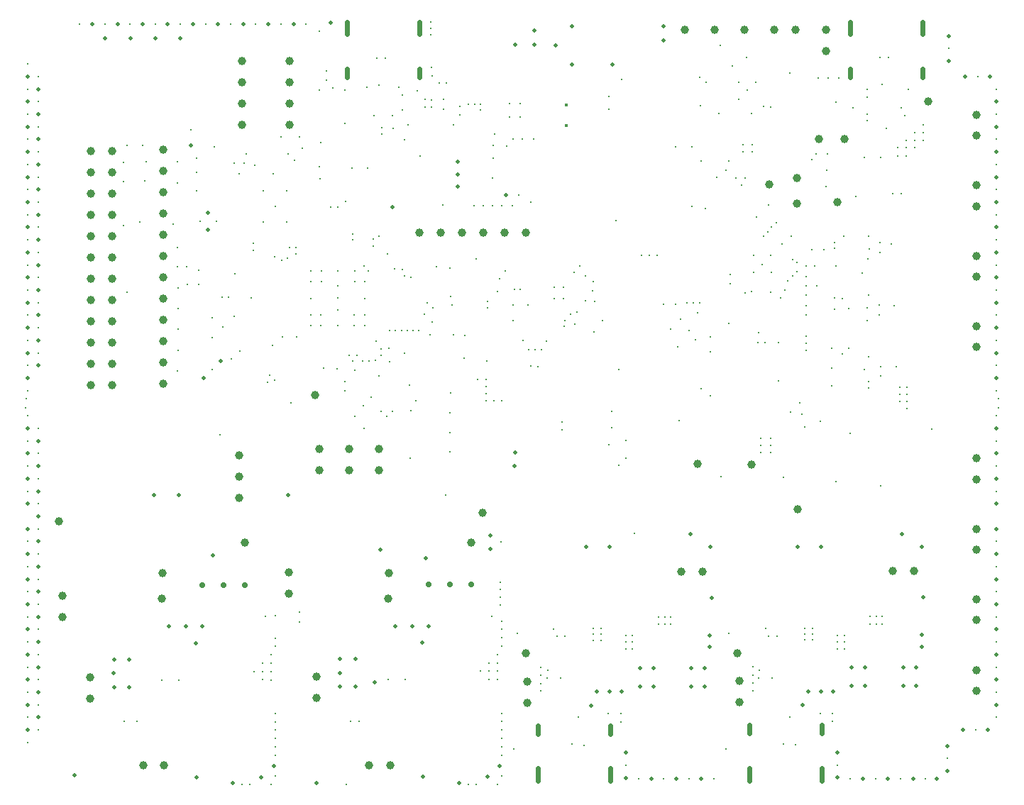
<source format=gbr>
%TF.GenerationSoftware,KiCad,Pcbnew,9.0.6*%
%TF.CreationDate,2026-02-01T22:29:03+01:00*%
%TF.ProjectId,BMS,424d532e-6b69-4636-9164-5f7063625858,rev?*%
%TF.SameCoordinates,Original*%
%TF.FileFunction,Plated,1,4,PTH,Mixed*%
%TF.FilePolarity,Positive*%
%FSLAX46Y46*%
G04 Gerber Fmt 4.6, Leading zero omitted, Abs format (unit mm)*
G04 Created by KiCad (PCBNEW 9.0.6) date 2026-02-01 22:29:03*
%MOMM*%
%LPD*%
G01*
G04 APERTURE LIST*
%TA.AperFunction,ViaDrill*%
%ADD10C,0.300000*%
%TD*%
%TA.AperFunction,ViaDrill*%
%ADD11C,0.400000*%
%TD*%
%TA.AperFunction,ViaDrill*%
%ADD12C,0.500000*%
%TD*%
G04 aperture for slot hole*
%TA.AperFunction,ComponentDrill*%
%ADD13C,0.600000*%
%TD*%
%TA.AperFunction,ComponentDrill*%
%ADD14C,0.710000*%
%TD*%
%TA.AperFunction,ComponentDrill*%
%ADD15C,1.000000*%
%TD*%
G04 APERTURE END LIST*
D10*
X18720000Y-110510000D03*
X18750000Y-109470000D03*
X19000000Y-69500000D03*
X19000000Y-72500000D03*
X19000000Y-75500000D03*
X19000000Y-78500000D03*
X19000000Y-81500000D03*
X19000000Y-84500000D03*
X19000000Y-87500000D03*
X19000000Y-90500000D03*
X19000000Y-93500000D03*
X19000000Y-96500000D03*
X19000000Y-99500000D03*
X19000000Y-102500000D03*
X19000000Y-105500000D03*
X19000000Y-108500000D03*
X19000000Y-111500000D03*
X19000000Y-114500000D03*
X19000000Y-117500000D03*
X19000000Y-120500000D03*
X19000000Y-126500000D03*
X19000000Y-129500000D03*
X19000000Y-132500000D03*
X19000000Y-135500000D03*
X19000000Y-138500000D03*
X19000000Y-141500000D03*
X19000000Y-144500000D03*
X19000000Y-147500000D03*
X19000000Y-150500000D03*
X20250000Y-71000000D03*
X20250000Y-74000000D03*
X20250000Y-77000000D03*
X20250000Y-80000000D03*
X20250000Y-83000000D03*
X20250000Y-86000000D03*
X20250000Y-89000000D03*
X20250000Y-92000000D03*
X20250000Y-95000000D03*
X20250000Y-98000000D03*
X20250000Y-101000000D03*
X20250000Y-104000000D03*
X20250000Y-113000000D03*
X20250000Y-116000000D03*
X20250000Y-119000000D03*
X20250000Y-122000000D03*
X20250000Y-125000000D03*
X20250000Y-128000000D03*
X20250000Y-131000000D03*
X20250000Y-134000000D03*
X20250000Y-137000000D03*
X20250000Y-140000000D03*
X20250000Y-143000000D03*
X20250000Y-146000000D03*
X20250000Y-149000000D03*
X25175000Y-64775000D03*
X28175000Y-64775000D03*
X30350000Y-88800000D03*
X30375000Y-83575000D03*
X30400000Y-81275000D03*
X30500000Y-148000000D03*
X30775000Y-96775000D03*
X30816200Y-79245000D03*
X31175000Y-64775000D03*
X32000000Y-148000000D03*
X32350000Y-88325000D03*
X32701000Y-79265000D03*
X32950000Y-83425000D03*
X33102200Y-81175400D03*
X34175000Y-64775000D03*
X35000000Y-143025000D03*
X36325000Y-88650000D03*
X36850000Y-93700000D03*
X36850000Y-106150000D03*
X36861400Y-81175400D03*
X36861400Y-83715400D03*
X36861400Y-91386200D03*
X36875000Y-96250000D03*
X36875000Y-98725000D03*
X36875000Y-101125000D03*
X36875000Y-103675000D03*
X37000000Y-143025000D03*
X37175000Y-64775000D03*
X37925000Y-93700000D03*
X37970000Y-95800000D03*
X38401000Y-77365000D03*
X39100000Y-80750000D03*
X39100000Y-82450000D03*
X39100000Y-84600000D03*
X39400000Y-94110000D03*
X39400000Y-95800000D03*
X39500000Y-88250000D03*
X40175000Y-64775000D03*
X41000000Y-99800000D03*
X41000000Y-102200000D03*
X41000000Y-106000000D03*
X41200000Y-79400000D03*
X41450000Y-88250000D03*
X41875000Y-113800000D03*
X42200000Y-97383600D03*
X42250000Y-100900000D03*
X42900000Y-97383600D03*
X43175000Y-64775000D03*
X43250000Y-104750000D03*
X43600000Y-81300000D03*
X43600000Y-99600000D03*
X43680900Y-94538800D03*
X44160000Y-82640000D03*
X44250000Y-103750000D03*
X44500000Y-155525000D03*
X44800000Y-81300000D03*
X45000000Y-80200000D03*
X45500000Y-155525000D03*
X45600000Y-97400000D03*
X45923200Y-90932000D03*
X45923200Y-91795600D03*
X46000000Y-142025000D03*
X46070000Y-81570000D03*
X46175000Y-64775000D03*
X47000000Y-141025000D03*
X47000000Y-142025000D03*
X47000000Y-143005000D03*
X47077000Y-84640000D03*
X47077000Y-88340000D03*
X47300000Y-135425000D03*
X47599600Y-107492800D03*
X47853600Y-106680000D03*
X48000000Y-140025000D03*
X48000000Y-141025000D03*
X48000000Y-142025000D03*
X48000000Y-143025000D03*
X48000000Y-155525000D03*
X48209200Y-103124000D03*
X48280000Y-82630000D03*
X48400000Y-92475000D03*
X48412400Y-107238800D03*
X48477000Y-86495000D03*
X48500000Y-135375000D03*
X48500000Y-138025000D03*
X48500000Y-139025000D03*
X48500000Y-147025000D03*
X48500000Y-148025000D03*
X48500000Y-149025000D03*
X48500000Y-150025000D03*
X48500000Y-151025000D03*
X48500000Y-152025000D03*
X48500000Y-154525000D03*
X49170000Y-78200000D03*
X49175000Y-64775000D03*
X49250000Y-92975000D03*
X49326800Y-102108000D03*
X49877000Y-84650000D03*
X49877000Y-88350000D03*
X49985000Y-92710000D03*
X50000000Y-80200000D03*
X50190400Y-91389200D03*
X50400000Y-109940000D03*
X50800000Y-81000000D03*
X50952400Y-91389200D03*
X50952400Y-92151200D03*
X51054000Y-102108000D03*
X51350000Y-134975000D03*
X51350000Y-136150000D03*
X51400000Y-78200000D03*
X51700000Y-79600000D03*
X52175000Y-64775000D03*
X52727000Y-94250000D03*
X52727000Y-95500000D03*
X52727000Y-97500000D03*
X52727000Y-99500000D03*
X52727000Y-100700000D03*
X53777000Y-72650000D03*
X53800000Y-65600000D03*
X53800000Y-81800000D03*
X53827000Y-83187500D03*
X53900000Y-78900000D03*
X53927000Y-99500000D03*
X53927000Y-100700000D03*
X53977000Y-94250000D03*
X53977000Y-95500000D03*
X54250000Y-105800000D03*
X54577000Y-70325000D03*
X54577000Y-71450000D03*
X55077000Y-86550000D03*
X55352000Y-72325000D03*
X55860100Y-105917000D03*
X55927000Y-86550000D03*
X55927000Y-96000000D03*
X55927000Y-97450000D03*
X55927000Y-98850000D03*
X55927000Y-100700000D03*
X55977000Y-94250000D03*
X56827000Y-72650000D03*
X56827000Y-76600000D03*
X56827000Y-107450000D03*
X56827000Y-108550000D03*
X56900000Y-85900000D03*
X57000000Y-155500000D03*
X57277000Y-104300000D03*
X57500000Y-148000000D03*
X57677000Y-81900000D03*
X57700000Y-89800000D03*
X57700000Y-90500000D03*
X57750000Y-104950000D03*
X57927000Y-99500000D03*
X57927000Y-100700000D03*
X57977000Y-94250000D03*
X57977000Y-95500000D03*
X58000000Y-111600000D03*
X58027000Y-106050000D03*
X58225000Y-104275000D03*
X58500000Y-148000000D03*
X58925000Y-104925000D03*
X59000000Y-110300000D03*
X59100000Y-112975000D03*
X59131200Y-93624400D03*
X59177000Y-95500000D03*
X59177000Y-97500000D03*
X59177000Y-99500000D03*
X59177000Y-100700000D03*
X59427000Y-72250000D03*
X59527000Y-81900000D03*
X59639200Y-94183200D03*
X59675000Y-104925000D03*
X59900000Y-109300000D03*
X60177000Y-90400000D03*
X60177000Y-91250000D03*
X60277000Y-75700000D03*
X60475000Y-104900000D03*
X60550000Y-102625000D03*
X60627000Y-68800000D03*
X60830000Y-90040000D03*
X60877000Y-106700000D03*
X60889500Y-72050000D03*
X61098666Y-103564574D03*
X61100000Y-111000000D03*
X61125000Y-104264081D03*
X61175000Y-77850000D03*
X61200000Y-77075000D03*
X61627000Y-68850000D03*
X61800000Y-111600000D03*
X61877000Y-92202000D03*
X62000000Y-143000000D03*
X62050000Y-103425000D03*
X62127000Y-105050000D03*
X62152000Y-101300000D03*
X62477000Y-75700000D03*
X62500000Y-111000000D03*
X62600000Y-77225000D03*
X62727000Y-93950000D03*
X62852000Y-101300000D03*
X63250000Y-72250000D03*
X63552000Y-101300000D03*
X63627000Y-74950000D03*
X63627000Y-94000000D03*
X63677000Y-73200000D03*
X63927000Y-94800000D03*
X63944500Y-104050000D03*
X63950000Y-78575000D03*
X64000000Y-143000000D03*
X64252000Y-101300000D03*
X64377000Y-76800000D03*
X64527000Y-107825000D03*
X64625000Y-116575000D03*
X64700000Y-94950000D03*
X64700000Y-110900000D03*
X64952000Y-101300000D03*
X65300000Y-109700000D03*
X65477000Y-72700000D03*
X65652000Y-101300000D03*
X65777000Y-80500000D03*
X66286880Y-99409880D03*
X66377000Y-73750000D03*
X66400000Y-74675000D03*
X66625000Y-98025000D03*
X67000000Y-101800000D03*
X67025000Y-64475000D03*
X67025000Y-65225000D03*
X67025000Y-65975000D03*
X67125000Y-73775000D03*
X67150000Y-74675000D03*
X67177000Y-69900000D03*
X67200000Y-100300000D03*
X67227000Y-70950000D03*
X67268805Y-98634069D03*
X67727000Y-93700000D03*
X68050000Y-71750000D03*
X68450000Y-86350000D03*
X68577000Y-73699500D03*
X68577000Y-74900000D03*
X68825000Y-120925000D03*
X68877810Y-71790022D03*
X69300000Y-115825000D03*
X69337500Y-113507000D03*
X69375000Y-93850000D03*
X69375000Y-111182000D03*
X69387500Y-108807000D03*
X69400000Y-97275000D03*
X69550000Y-98250000D03*
X69727000Y-76762500D03*
X69750000Y-101867500D03*
X70527000Y-74550000D03*
X70527000Y-75550000D03*
X71000000Y-104600000D03*
X71100000Y-101875000D03*
X71500000Y-155500000D03*
X71575000Y-74300000D03*
X72250000Y-86400000D03*
X72275000Y-74300000D03*
X72500000Y-92800000D03*
X72500000Y-155500000D03*
X72600000Y-107175000D03*
X72975000Y-74300000D03*
X72975000Y-74975000D03*
X73000000Y-142000000D03*
X73350000Y-86400000D03*
X73675000Y-107175000D03*
X73675000Y-108000000D03*
X73675000Y-108850000D03*
X73675000Y-109675000D03*
X73750000Y-105000000D03*
X73825000Y-97875000D03*
X73825000Y-98650000D03*
X74000000Y-141000000D03*
X74000000Y-142000000D03*
X74000000Y-142980000D03*
X74300000Y-135400000D03*
X74425000Y-83125000D03*
X74425000Y-86425000D03*
X74475000Y-79250000D03*
X74475000Y-80750000D03*
X74575000Y-109675000D03*
X74694500Y-77900000D03*
X75000000Y-140000000D03*
X75000000Y-141000000D03*
X75000000Y-142000000D03*
X75000000Y-143000000D03*
X75000000Y-155500000D03*
X75025000Y-96700000D03*
X75250000Y-95150000D03*
X75350000Y-131350000D03*
X75350000Y-132250000D03*
X75350000Y-133150000D03*
X75350000Y-134050000D03*
X75450000Y-126575000D03*
X75500000Y-109675000D03*
X75500000Y-136000000D03*
X75500000Y-137000000D03*
X75500000Y-138000000D03*
X75500000Y-139000000D03*
X75500000Y-147000000D03*
X75500000Y-148000000D03*
X75500000Y-149000000D03*
X75500000Y-150000000D03*
X75500000Y-151000000D03*
X75500000Y-152000000D03*
X75500000Y-154500000D03*
X75550000Y-86425000D03*
X75975000Y-94225000D03*
X76075000Y-79275000D03*
X76477000Y-74250000D03*
X76477000Y-75800000D03*
X76775000Y-86425000D03*
X76850000Y-78450000D03*
X76850000Y-100150000D03*
X76862500Y-98300000D03*
X77000000Y-151275000D03*
X77024997Y-96400000D03*
X77400000Y-137475000D03*
X77563908Y-85135697D03*
X77682000Y-74250000D03*
X77682000Y-75800000D03*
X77725000Y-96400000D03*
X78000000Y-78450000D03*
X78075000Y-102525000D03*
X78687500Y-98300000D03*
X78750000Y-103625000D03*
X78975000Y-85975000D03*
X79000000Y-105575000D03*
X79300000Y-78450000D03*
X79525000Y-103625000D03*
X79875000Y-105600000D03*
X80200000Y-141500000D03*
X80200000Y-142475000D03*
X80200000Y-143450000D03*
X80200000Y-144350000D03*
X80300000Y-103625000D03*
X80875000Y-102625000D03*
X80950000Y-142825000D03*
X81000000Y-141875000D03*
X81725000Y-136925000D03*
X81750000Y-96150000D03*
X81750000Y-97550000D03*
X82125000Y-137825000D03*
X82550000Y-142825000D03*
X82700000Y-112250000D03*
X82700000Y-113200000D03*
X82850000Y-96150000D03*
X82850000Y-97550000D03*
X82975000Y-100850000D03*
X83021446Y-100103554D03*
X83087500Y-137800000D03*
X83725000Y-99375000D03*
X83900000Y-150700000D03*
X84150000Y-94350000D03*
X84250000Y-100600000D03*
X84475000Y-99150000D03*
X84650000Y-147450000D03*
X84800000Y-93600000D03*
X85350000Y-150825000D03*
X85500000Y-94775000D03*
X85500000Y-97750000D03*
X86325000Y-96550000D03*
X86400000Y-95500000D03*
X86450000Y-136900000D03*
X86450000Y-137600000D03*
X86450000Y-138300000D03*
X86550000Y-101450000D03*
X86625000Y-97850000D03*
X87350000Y-136900000D03*
X87350000Y-137600000D03*
X87350000Y-138300000D03*
X87500000Y-100150000D03*
X88250000Y-147025000D03*
X88287500Y-114912500D03*
X88325000Y-73350000D03*
X88325000Y-74875000D03*
X88675000Y-110975000D03*
X88675000Y-112950000D03*
X89175000Y-88175000D03*
X89475000Y-117400000D03*
X89500000Y-106000000D03*
X89750000Y-147025000D03*
X89750000Y-148025000D03*
X89850000Y-71325000D03*
X90325000Y-114450000D03*
X90325000Y-116550000D03*
X90325000Y-137725000D03*
X90325000Y-138525000D03*
X90325000Y-139325000D03*
X90350000Y-153225000D03*
X91125000Y-137725000D03*
X91125000Y-138525000D03*
X91125000Y-139325000D03*
X91325000Y-125525000D03*
X91850000Y-154825000D03*
X92237500Y-92325000D03*
X93150000Y-92325000D03*
X94075000Y-92325000D03*
X94250000Y-135500000D03*
X94250000Y-136400000D03*
X94800000Y-98200000D03*
X94850000Y-154825000D03*
X94950000Y-135500000D03*
X94950000Y-136400000D03*
X95650000Y-101150000D03*
X95650000Y-135500000D03*
X95650000Y-136400000D03*
X96300000Y-79400000D03*
X96300000Y-98150000D03*
X96500000Y-103250000D03*
X96650000Y-112100000D03*
X96887500Y-99925000D03*
X97650000Y-98050000D03*
X97850000Y-154825000D03*
X97900000Y-101300000D03*
X98200000Y-79400000D03*
X98225000Y-86525000D03*
X98354902Y-98048050D03*
X98650000Y-102400000D03*
X98900000Y-99200000D03*
X99100000Y-71100000D03*
X99100000Y-98050000D03*
X99230000Y-74480000D03*
X99325000Y-81100000D03*
X99350000Y-108300000D03*
X99800000Y-86750000D03*
X99900000Y-71700000D03*
X100400000Y-102100000D03*
X100400000Y-103850000D03*
X100400000Y-109100000D03*
X100850000Y-154825000D03*
X101200000Y-83050000D03*
X101400000Y-75430000D03*
X101600000Y-67300000D03*
X101700000Y-118800000D03*
X102250000Y-151250000D03*
X102300000Y-82200000D03*
X102575000Y-100500000D03*
X102600000Y-81100000D03*
X102650000Y-137450000D03*
X102800000Y-94625000D03*
X102812500Y-95762500D03*
X103000000Y-69700000D03*
X103500000Y-83100000D03*
X103800000Y-71700000D03*
X103800000Y-73700000D03*
X104100000Y-84000000D03*
X104300000Y-79100000D03*
X104300000Y-80000000D03*
X104575000Y-96875000D03*
X104600000Y-83100000D03*
X104700000Y-68700000D03*
X104800000Y-72600000D03*
X105300000Y-75400000D03*
X105300000Y-96700000D03*
X105400000Y-79100000D03*
X105400000Y-80000000D03*
X105450000Y-141475000D03*
X105450000Y-142450000D03*
X105450000Y-143425000D03*
X105450000Y-144325000D03*
X105568000Y-92366800D03*
X105568000Y-94398800D03*
X105800000Y-71700000D03*
X105900000Y-87800000D03*
X106100000Y-102750000D03*
X106200000Y-101550000D03*
X106200000Y-142800000D03*
X106250000Y-141850000D03*
X106425000Y-114150000D03*
X106425000Y-115000000D03*
X106425000Y-115850000D03*
X106625000Y-93425000D03*
X106731250Y-74581250D03*
X106775000Y-90099420D03*
X106900000Y-102750000D03*
X106975000Y-136900000D03*
X107250000Y-89550000D03*
X107312500Y-86350000D03*
X107375000Y-137800000D03*
X107575000Y-114150000D03*
X107575000Y-115000000D03*
X107575000Y-115850000D03*
X107600000Y-92366800D03*
X107600000Y-96750000D03*
X107631250Y-74631250D03*
X107650800Y-94398800D03*
X107725000Y-88975000D03*
X107800000Y-142800000D03*
X108325000Y-88425000D03*
X108337500Y-137775000D03*
X108500000Y-107300000D03*
X108525000Y-102750000D03*
X108825000Y-97450000D03*
X108950000Y-91000000D03*
X109125000Y-118875000D03*
X109150000Y-150675000D03*
X109300000Y-96500000D03*
X109600000Y-95400000D03*
X109900000Y-147425000D03*
X109912500Y-70600000D03*
X110000000Y-111100000D03*
X110100000Y-90100000D03*
X110190800Y-92824000D03*
X110203600Y-94767200D03*
X110600000Y-150800000D03*
X110749600Y-94297200D03*
X110764264Y-93225425D03*
X111100000Y-109950000D03*
X111350000Y-111350000D03*
X111700000Y-112850000D03*
X111700000Y-136875000D03*
X111700000Y-137575000D03*
X111700000Y-138275000D03*
X111825000Y-103725000D03*
X111850000Y-101975000D03*
X111850000Y-102850000D03*
X111863871Y-99449235D03*
X111867200Y-93636800D03*
X111867200Y-94856000D03*
X111867200Y-96024400D03*
X111867200Y-97091200D03*
X111867200Y-98360100D03*
X112500000Y-91650000D03*
X112520000Y-80910000D03*
X112600000Y-136875000D03*
X112600000Y-137575000D03*
X112600000Y-138275000D03*
X112832400Y-93635700D03*
X113000000Y-80250000D03*
X113086400Y-95972500D03*
X113300000Y-71200000D03*
X113500000Y-147000000D03*
X113550000Y-112200000D03*
X113952500Y-91702500D03*
X114200000Y-84100000D03*
X114280000Y-82200000D03*
X114400000Y-80250000D03*
X114500000Y-71200000D03*
X114915200Y-103440100D03*
X114915200Y-105776900D03*
X114915200Y-107961300D03*
X115000000Y-147000000D03*
X115000000Y-148000000D03*
X115200000Y-90850000D03*
X115200000Y-91500000D03*
X115220000Y-97394900D03*
X115220000Y-98766500D03*
X115400000Y-74100000D03*
X115423200Y-93635700D03*
X115423200Y-119340500D03*
X115575000Y-137700000D03*
X115575000Y-138500000D03*
X115575000Y-139300000D03*
X115600000Y-153200000D03*
X115700000Y-71200000D03*
X116130000Y-97524640D03*
X116185200Y-104150000D03*
X116337600Y-90028900D03*
X116375000Y-137700000D03*
X116375000Y-138500000D03*
X116375000Y-139300000D03*
X116947200Y-103440100D03*
X116960000Y-98720000D03*
X117075000Y-113625000D03*
X117100000Y-154800000D03*
X117400000Y-74700000D03*
X117750000Y-85300000D03*
X118522000Y-94500400D03*
X118776000Y-105981200D03*
X118824900Y-80681700D03*
X119100000Y-75500000D03*
X119100000Y-76300000D03*
X119131600Y-100138100D03*
X119150000Y-73475000D03*
X119150000Y-98650000D03*
X119151400Y-72525000D03*
X119182400Y-92773200D03*
X119275000Y-90025000D03*
X119275000Y-107375000D03*
X119275000Y-108165600D03*
X119284000Y-97091200D03*
X119284000Y-104457200D03*
X119400000Y-91604800D03*
X119500000Y-135475000D03*
X119500000Y-136375000D03*
X120100000Y-154800000D03*
X120200000Y-135475000D03*
X120200000Y-136375000D03*
X120600000Y-98300000D03*
X120600000Y-99450000D03*
X120650000Y-68725000D03*
X120650000Y-90800000D03*
X120650000Y-92000000D03*
X120700000Y-105600000D03*
X120700000Y-106700000D03*
X120706400Y-80655700D03*
X120706400Y-119899300D03*
X120900000Y-135475000D03*
X120900000Y-136375000D03*
X120913900Y-71925000D03*
X121450000Y-77200000D03*
X121651400Y-68725000D03*
X122000000Y-91000000D03*
X122200000Y-85000000D03*
X122300000Y-98400000D03*
X122600000Y-105600000D03*
X122790000Y-79500000D03*
X122790000Y-80500000D03*
X123050000Y-108100000D03*
X123050000Y-108950000D03*
X123050000Y-109800000D03*
X123100000Y-154800000D03*
X123200000Y-74700000D03*
X123200000Y-85000000D03*
X123600000Y-75700000D03*
X123790000Y-79500000D03*
X123790000Y-80500000D03*
X123800000Y-78600000D03*
X123850000Y-108100000D03*
X123850000Y-108950000D03*
X123850000Y-109800000D03*
X123850000Y-110650000D03*
X124000000Y-72525000D03*
X124790000Y-79500000D03*
X124800000Y-78600000D03*
X124810000Y-77700000D03*
X125800000Y-78600000D03*
X125810000Y-77700000D03*
X125835000Y-76800000D03*
X126100000Y-154800000D03*
X126800000Y-113075000D03*
X128700000Y-152400000D03*
X128850000Y-67650000D03*
X132050000Y-148950000D03*
X132300000Y-71000000D03*
X134500000Y-72500000D03*
X134500000Y-75500000D03*
X134500000Y-78500000D03*
X134500000Y-81500000D03*
X134500000Y-84500000D03*
X134500000Y-87500000D03*
X134500000Y-90500000D03*
X134500000Y-93500000D03*
X134500000Y-96500000D03*
X134500000Y-99500000D03*
X134500000Y-102500000D03*
X134500000Y-105500000D03*
X134500000Y-108500000D03*
X134500000Y-111500000D03*
X134500000Y-114500000D03*
X134500000Y-117500000D03*
X134500000Y-120500000D03*
X134500000Y-126500000D03*
X134500000Y-129500000D03*
X134500000Y-132500000D03*
X134500000Y-135500000D03*
X134500000Y-138500000D03*
X134500000Y-141500000D03*
X134500000Y-144500000D03*
X134500000Y-147500000D03*
X134780000Y-110530000D03*
X134810000Y-109490000D03*
D11*
X83227000Y-74400000D03*
X83227000Y-76850000D03*
D12*
X19000000Y-71000000D03*
X19000000Y-74000000D03*
X19000000Y-77000000D03*
X19000000Y-80000000D03*
X19000000Y-83000000D03*
X19000000Y-86000000D03*
X19000000Y-89000000D03*
X19000000Y-92000000D03*
X19000000Y-95000000D03*
X19000000Y-98000000D03*
X19000000Y-101000000D03*
X19000000Y-104000000D03*
X19000000Y-107000000D03*
X19000000Y-113000000D03*
X19000000Y-116000000D03*
X19000000Y-119000000D03*
X19000000Y-122000000D03*
X19000000Y-125000000D03*
X19000000Y-128000000D03*
X19000000Y-131000000D03*
X19000000Y-134000000D03*
X19000000Y-137000000D03*
X19000000Y-140000000D03*
X19000000Y-143000000D03*
X19000000Y-146000000D03*
X19000000Y-149000000D03*
X20250000Y-72500000D03*
X20250000Y-75500000D03*
X20250000Y-78500000D03*
X20250000Y-81500000D03*
X20250000Y-84500000D03*
X20250000Y-87500000D03*
X20250000Y-90500000D03*
X20250000Y-93500000D03*
X20250000Y-96500000D03*
X20250000Y-99500000D03*
X20250000Y-102500000D03*
X20250000Y-105500000D03*
X20250000Y-114500000D03*
X20250000Y-117500000D03*
X20250000Y-120500000D03*
X20250000Y-123500000D03*
X20250000Y-126500000D03*
X20250000Y-129500000D03*
X20250000Y-132500000D03*
X20250000Y-135500000D03*
X20250000Y-138500000D03*
X20250000Y-141500000D03*
X20250000Y-144500000D03*
X20250000Y-147500000D03*
X24550000Y-154375000D03*
X26675000Y-64775000D03*
X28200000Y-66400000D03*
X29200000Y-142200000D03*
X29250000Y-140575000D03*
X29250000Y-143875000D03*
X29675000Y-64775000D03*
X31050000Y-140575000D03*
X31050000Y-143875000D03*
X31200000Y-66400000D03*
X32675000Y-64775000D03*
X34000000Y-121000000D03*
X34194748Y-66418535D03*
X35675000Y-64775000D03*
X35800000Y-136625000D03*
X37000000Y-121000000D03*
X37200000Y-66400000D03*
X37850000Y-136625000D03*
X38401000Y-79265000D03*
X38675000Y-64775000D03*
X39000000Y-138625000D03*
X39100000Y-154625000D03*
X39800000Y-136625000D03*
X40000000Y-107000000D03*
X40500000Y-87300000D03*
X40500000Y-89300000D03*
X41075000Y-128150000D03*
X41675000Y-64775000D03*
X42000000Y-105000000D03*
X43400000Y-155325000D03*
X44675000Y-64775000D03*
X46800000Y-154625000D03*
X47675000Y-64775000D03*
X48300000Y-153325000D03*
X50000000Y-121000000D03*
X50675000Y-64775000D03*
X53400000Y-155300000D03*
X55150000Y-64600000D03*
X56200000Y-142200000D03*
X56250000Y-140550000D03*
X56250000Y-143850000D03*
X58050000Y-140550000D03*
X58050000Y-143850000D03*
X60400000Y-143300000D03*
X61000000Y-127500000D03*
X62450000Y-86600000D03*
X62800000Y-136600000D03*
X64850000Y-136600000D03*
X66000000Y-138600000D03*
X66100000Y-154600000D03*
X66500000Y-128500000D03*
X66800000Y-136600000D03*
X70300000Y-81175000D03*
X70300000Y-82725000D03*
X70300000Y-84175000D03*
X70400000Y-155300000D03*
X73800000Y-154600000D03*
X74200000Y-125825000D03*
X74200000Y-127425000D03*
X75300000Y-153300000D03*
X76050000Y-85150000D03*
X77075000Y-117475000D03*
X77100000Y-115850000D03*
X77150000Y-67225000D03*
X79425000Y-65475000D03*
X79427000Y-67225000D03*
X79850000Y-155100000D03*
X81940400Y-67259200D03*
X83870800Y-65024000D03*
X83870800Y-69596000D03*
X85600000Y-127175000D03*
X86200000Y-146075000D03*
X86850000Y-144425000D03*
X88350000Y-144450000D03*
X88400000Y-127175000D03*
X88696800Y-69596000D03*
X89850000Y-144425000D03*
X90350000Y-151725000D03*
X90350000Y-154725000D03*
X92050000Y-141600000D03*
X92050000Y-143800000D03*
X93350000Y-154825000D03*
X93650000Y-141600000D03*
X93650000Y-143800000D03*
X94843600Y-65024000D03*
X94843600Y-66700400D03*
X96350000Y-154825000D03*
X98025000Y-125625000D03*
X98150000Y-141600000D03*
X98150000Y-143800000D03*
X99350000Y-154825000D03*
X99750000Y-141600000D03*
X99750000Y-143800000D03*
X100350000Y-137700000D03*
X100350000Y-139100000D03*
X100400000Y-127175000D03*
X100550000Y-133200000D03*
X105100000Y-155075000D03*
X110850000Y-127150000D03*
X111450000Y-146050000D03*
X112100000Y-144400000D03*
X113600000Y-144425000D03*
X113650000Y-127150000D03*
X115100000Y-144400000D03*
X115600000Y-151700000D03*
X115600000Y-154700000D03*
X117300000Y-141575000D03*
X117300000Y-143775000D03*
X118600000Y-154800000D03*
X118900000Y-141575000D03*
X118900000Y-143775000D03*
X121600000Y-154800000D03*
X123275000Y-125600000D03*
X123400000Y-141575000D03*
X123400000Y-143775000D03*
X124600000Y-154800000D03*
X125000000Y-141575000D03*
X125000000Y-143775000D03*
X125600000Y-137675000D03*
X125600000Y-139075000D03*
X125650000Y-127150000D03*
X125800000Y-133175000D03*
X127420000Y-154800000D03*
X128700000Y-150900000D03*
X128700000Y-153900000D03*
X128850000Y-66150000D03*
X128850000Y-69150000D03*
X130550000Y-148950000D03*
X130800000Y-71000000D03*
X133550000Y-148950000D03*
X133800000Y-71000000D03*
X134500000Y-74000000D03*
X134500000Y-77000000D03*
X134500000Y-80000000D03*
X134500000Y-83000000D03*
X134500000Y-86000000D03*
X134500000Y-89000000D03*
X134500000Y-92000000D03*
X134500000Y-95000000D03*
X134500000Y-98000000D03*
X134500000Y-101000000D03*
X134500000Y-104000000D03*
X134500000Y-107000000D03*
X134500000Y-113000000D03*
X134500000Y-116000000D03*
X134500000Y-119000000D03*
X134500000Y-122000000D03*
X134500000Y-125000000D03*
X134500000Y-128000000D03*
X134500000Y-131000000D03*
X134500000Y-134000000D03*
X134500000Y-137000000D03*
X134500000Y-140000000D03*
X134500000Y-143000000D03*
X134500000Y-146000000D03*
D13*
%TO.C,USBC-J1*%
X57057000Y-64471400D02*
X57057000Y-65971400D01*
X57057000Y-70081400D02*
X57057000Y-71081400D01*
X65697000Y-64471400D02*
X65697000Y-65971400D01*
X65697000Y-70081400D02*
X65697000Y-71081400D01*
%TO.C,USBC-J4*%
X79830000Y-149460000D02*
X79830000Y-148460000D01*
X79830000Y-155070000D02*
X79830000Y-153570000D01*
X88470000Y-149460000D02*
X88470000Y-148460000D01*
X88470000Y-155070000D02*
X88470000Y-153570000D01*
%TO.C,USBC-J3*%
X105080000Y-149435000D02*
X105080000Y-148435000D01*
X105080000Y-155045000D02*
X105080000Y-153545000D01*
X113720000Y-149435000D02*
X113720000Y-148435000D01*
X113720000Y-155045000D02*
X113720000Y-153545000D01*
%TO.C,USBC-J2*%
X117085000Y-64471400D02*
X117085000Y-65971400D01*
X117085000Y-70081400D02*
X117085000Y-71081400D01*
X125725000Y-64471400D02*
X125725000Y-65971400D01*
X125725000Y-70081400D02*
X125725000Y-71081400D01*
D14*
%TO.C,R112*%
X39810001Y-131675000D03*
X42350001Y-131675000D03*
X44890001Y-131675000D03*
%TO.C,R106*%
X66810001Y-131650000D03*
X69350001Y-131650000D03*
X71890001Y-131650000D03*
D15*
%TO.C,GND2*%
X22650000Y-124130000D03*
%TO.C,JP12*%
X23100000Y-132960000D03*
X23100000Y-135500000D03*
%TO.C,JP13*%
X26450000Y-142700000D03*
X26450000Y-145240000D03*
%TO.C,J9*%
X26460000Y-79880000D03*
X26460000Y-82420000D03*
X26460000Y-84960000D03*
X26460000Y-87500000D03*
X26460000Y-90040000D03*
X26460000Y-92580000D03*
X26460000Y-95120000D03*
X26460000Y-97660000D03*
X26460000Y-100200000D03*
X26460000Y-102740000D03*
X26460000Y-105280000D03*
X26460000Y-107820000D03*
X29000000Y-79880000D03*
X29000000Y-82420000D03*
X29000000Y-84960000D03*
X29000000Y-87500000D03*
X29000000Y-90040000D03*
X29000000Y-92580000D03*
X29000000Y-95120000D03*
X29000000Y-97660000D03*
X29000000Y-100200000D03*
X29000000Y-102740000D03*
X29000000Y-105280000D03*
X29000000Y-107820000D03*
%TO.C,J1*%
X32750000Y-153250000D03*
%TO.C,TP14*%
X35000001Y-133325000D03*
%TO.C,TP16*%
X35050001Y-130275000D03*
%TO.C,J10*%
X35096000Y-79753000D03*
X35096000Y-82293000D03*
X35096000Y-84833000D03*
X35096000Y-87373000D03*
X35096000Y-89913000D03*
X35096000Y-92453000D03*
X35096000Y-94993000D03*
X35096000Y-97533000D03*
X35096000Y-100073000D03*
X35096000Y-102613000D03*
X35096000Y-105153000D03*
X35096000Y-107693000D03*
%TO.C,J1*%
X35250000Y-153250000D03*
%TO.C,J12*%
X44200000Y-116200000D03*
X44200000Y-118740000D03*
X44200000Y-121280000D03*
%TO.C,J4*%
X44500000Y-69160000D03*
X44500000Y-71700000D03*
X44500000Y-74240000D03*
X44500000Y-76780000D03*
%TO.C,TP15*%
X44850000Y-126675000D03*
%TO.C,JP10*%
X50100000Y-130185000D03*
X50100000Y-132725000D03*
%TO.C,J11*%
X50200000Y-69160000D03*
X50200000Y-71700000D03*
X50200000Y-74240000D03*
X50200000Y-76780000D03*
%TO.C,GND3*%
X53220000Y-109000000D03*
%TO.C,JP11*%
X53450000Y-142675000D03*
X53450000Y-145215000D03*
%TO.C,JP5*%
X53775000Y-115485000D03*
X53775000Y-118025000D03*
%TO.C,JP3*%
X57312500Y-115500000D03*
X57312500Y-118040000D03*
%TO.C,J2*%
X59700000Y-153200000D03*
%TO.C,JP4*%
X60850000Y-115500000D03*
X60850000Y-118040000D03*
%TO.C,TP11*%
X62000001Y-133300000D03*
%TO.C,TP13*%
X62050001Y-130250000D03*
%TO.C,J2*%
X62200000Y-153200000D03*
%TO.C,J13*%
X65697000Y-89662000D03*
X68237000Y-89662000D03*
X70777000Y-89662000D03*
%TO.C,TP12*%
X71850000Y-126650000D03*
%TO.C,TP2*%
X73250000Y-123050000D03*
%TO.C,J13*%
X73317000Y-89662000D03*
X75857000Y-89662000D03*
X78397000Y-89662000D03*
%TO.C,TP10*%
X78400000Y-139875000D03*
%TO.C,JP9*%
X78600000Y-143200000D03*
X78600000Y-145740000D03*
%TO.C,JP8*%
X96935000Y-130075000D03*
%TO.C,J5*%
X97400000Y-65400000D03*
%TO.C,J17*%
X98925000Y-117200000D03*
%TO.C,JP8*%
X99475000Y-130075000D03*
%TO.C,J16*%
X100950000Y-65400000D03*
%TO.C,TP9*%
X103650000Y-139850000D03*
%TO.C,JP7*%
X103850000Y-143175000D03*
X103850000Y-145715000D03*
%TO.C,J15*%
X104500000Y-65400000D03*
%TO.C,TP3*%
X105300000Y-117300000D03*
%TO.C,J14*%
X107450000Y-83850000D03*
%TO.C,JP2*%
X108060000Y-65400000D03*
X110600000Y-65400000D03*
%TO.C,TP8*%
X110750000Y-83100000D03*
%TO.C,TP4*%
X110750000Y-86125000D03*
%TO.C,GND1*%
X110810000Y-122630000D03*
%TO.C,TP1*%
X113400000Y-78450000D03*
%TO.C,JP1*%
X114200000Y-65460000D03*
X114200000Y-68000000D03*
%TO.C,TP5*%
X115575000Y-86025000D03*
%TO.C,TP6*%
X116450000Y-78450000D03*
%TO.C,JP6*%
X122185000Y-130050000D03*
X124725000Y-130050000D03*
%TO.C,TP7*%
X126400000Y-74000000D03*
%TO.C,J8*%
X132125000Y-75550000D03*
X132125000Y-78050000D03*
%TO.C,J7*%
X132125000Y-84000000D03*
X132125000Y-86500000D03*
%TO.C,J6*%
X132125000Y-92400000D03*
X132125000Y-94900000D03*
%TO.C,J3*%
X132125000Y-100800000D03*
X132125000Y-103300000D03*
%TO.C,NTC1*%
X132125000Y-116600000D03*
X132125000Y-119100000D03*
%TO.C,NTC2*%
X132125000Y-125000000D03*
X132125000Y-127500000D03*
%TO.C,NTC3*%
X132125000Y-133400000D03*
X132125000Y-135900000D03*
%TO.C,NTC4*%
X132125000Y-141850000D03*
X132125000Y-144350000D03*
M02*

</source>
